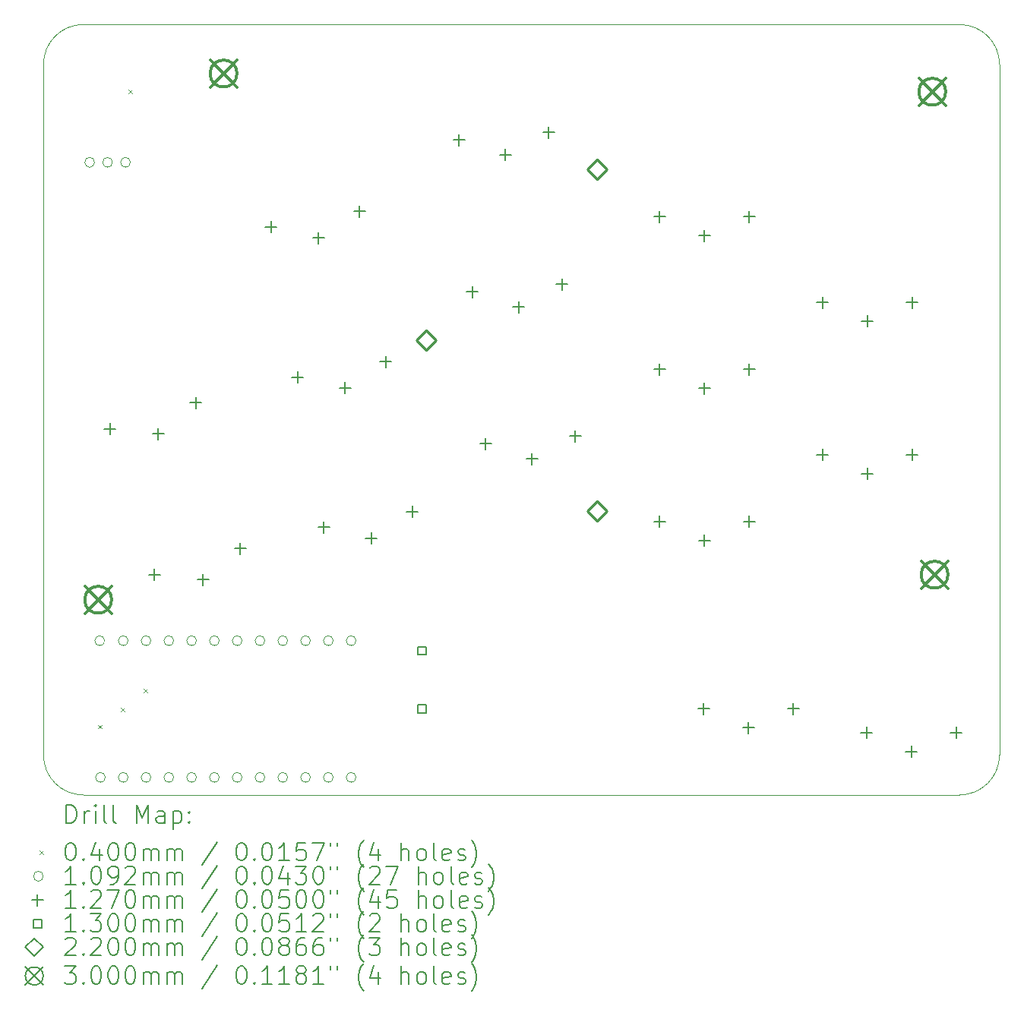
<source format=gbr>
%FSLAX45Y45*%
G04 Gerber Fmt 4.5, Leading zero omitted, Abs format (unit mm)*
G04 Created by KiCad (PCBNEW (6.0.4)) date 2022-07-08 06:12:22*
%MOMM*%
%LPD*%
G01*
G04 APERTURE LIST*
%TA.AperFunction,Profile*%
%ADD10C,0.050000*%
%TD*%
%ADD11C,0.200000*%
%ADD12C,0.040000*%
%ADD13C,0.109220*%
%ADD14C,0.127000*%
%ADD15C,0.130000*%
%ADD16C,0.220000*%
%ADD17C,0.300000*%
G04 APERTURE END LIST*
D10*
X14831618Y4125490D02*
X14831979Y11826325D01*
X4176475Y4125325D02*
G75*
G03*
X4620979Y3680825I444505J5D01*
G01*
X14831975Y11826325D02*
G75*
G03*
X14387479Y12270825I-444495J5D01*
G01*
X4620979Y3680825D02*
X14387118Y3680990D01*
X4176115Y11826612D02*
X4176479Y4125325D01*
X14387479Y12270825D02*
X4620615Y12271112D01*
X4620615Y12271112D02*
G75*
G03*
X4176115Y11826612I0J-444500D01*
G01*
X14387118Y3680991D02*
G75*
G03*
X14831618Y4125490I2J444499D01*
G01*
D11*
D12*
X4784419Y4462404D02*
X4824419Y4422404D01*
X4824419Y4462404D02*
X4784419Y4422404D01*
X5040691Y4652863D02*
X5080691Y4612863D01*
X5080691Y4652863D02*
X5040691Y4612863D01*
X5124143Y11542154D02*
X5164143Y11502154D01*
X5164143Y11542154D02*
X5124143Y11502154D01*
X5295099Y4861382D02*
X5335099Y4821382D01*
X5335099Y4861382D02*
X5295099Y4821382D01*
D13*
X4745489Y10734125D02*
G75*
G03*
X4745489Y10734125I-54610J0D01*
G01*
X4857715Y5400125D02*
G75*
G03*
X4857715Y5400125I-54610J0D01*
G01*
X4866089Y3876125D02*
G75*
G03*
X4866089Y3876125I-54610J0D01*
G01*
X4945489Y10734125D02*
G75*
G03*
X4945489Y10734125I-54610J0D01*
G01*
X5120089Y5400125D02*
G75*
G03*
X5120089Y5400125I-54610J0D01*
G01*
X5120089Y3876125D02*
G75*
G03*
X5120089Y3876125I-54610J0D01*
G01*
X5145489Y10734125D02*
G75*
G03*
X5145489Y10734125I-54610J0D01*
G01*
X5374089Y5400125D02*
G75*
G03*
X5374089Y5400125I-54610J0D01*
G01*
X5374089Y3876125D02*
G75*
G03*
X5374089Y3876125I-54610J0D01*
G01*
X5628089Y5400125D02*
G75*
G03*
X5628089Y5400125I-54610J0D01*
G01*
X5628089Y3876125D02*
G75*
G03*
X5628089Y3876125I-54610J0D01*
G01*
X5882089Y5400125D02*
G75*
G03*
X5882089Y5400125I-54610J0D01*
G01*
X5882089Y3876125D02*
G75*
G03*
X5882089Y3876125I-54610J0D01*
G01*
X6136089Y5400125D02*
G75*
G03*
X6136089Y5400125I-54610J0D01*
G01*
X6136089Y3876125D02*
G75*
G03*
X6136089Y3876125I-54610J0D01*
G01*
X6390089Y5400125D02*
G75*
G03*
X6390089Y5400125I-54610J0D01*
G01*
X6390089Y3876125D02*
G75*
G03*
X6390089Y3876125I-54610J0D01*
G01*
X6644089Y5400125D02*
G75*
G03*
X6644089Y5400125I-54610J0D01*
G01*
X6644089Y3876125D02*
G75*
G03*
X6644089Y3876125I-54610J0D01*
G01*
X6898089Y5400125D02*
G75*
G03*
X6898089Y5400125I-54610J0D01*
G01*
X6898089Y3876125D02*
G75*
G03*
X6898089Y3876125I-54610J0D01*
G01*
X7152089Y5400125D02*
G75*
G03*
X7152089Y5400125I-54610J0D01*
G01*
X7152089Y3876125D02*
G75*
G03*
X7152089Y3876125I-54610J0D01*
G01*
X7406089Y5400125D02*
G75*
G03*
X7406089Y5400125I-54610J0D01*
G01*
X7406089Y3876125D02*
G75*
G03*
X7406089Y3876125I-54610J0D01*
G01*
X7660089Y5400125D02*
G75*
G03*
X7660089Y5400125I-54610J0D01*
G01*
X7660089Y3876125D02*
G75*
G03*
X7660089Y3876125I-54610J0D01*
G01*
D14*
X4917175Y7826915D02*
X4917175Y7699915D01*
X4853675Y7763415D02*
X4980675Y7763415D01*
X5414207Y6201196D02*
X5414207Y6074196D01*
X5350707Y6137696D02*
X5477707Y6137696D01*
X5456725Y7772276D02*
X5456725Y7645276D01*
X5393225Y7708776D02*
X5520225Y7708776D01*
X5873479Y8119286D02*
X5873479Y7992286D01*
X5809979Y8055786D02*
X5936979Y8055786D01*
X5953757Y6146558D02*
X5953757Y6019558D01*
X5890257Y6083058D02*
X6017257Y6083058D01*
X6370511Y6493568D02*
X6370511Y6366568D01*
X6307011Y6430068D02*
X6434011Y6430068D01*
X6712293Y10076956D02*
X6712293Y9949956D01*
X6648793Y10013456D02*
X6775793Y10013456D01*
X7007495Y8402783D02*
X7007495Y8275782D01*
X6943995Y8339282D02*
X7070995Y8339282D01*
X7241163Y9956970D02*
X7241163Y9829970D01*
X7177663Y9893470D02*
X7304663Y9893470D01*
X7302697Y6728609D02*
X7302697Y6601609D01*
X7239197Y6665109D02*
X7366197Y6665109D01*
X7536365Y8282797D02*
X7536365Y8155797D01*
X7472865Y8219297D02*
X7599865Y8219297D01*
X7697101Y10250604D02*
X7697101Y10123604D01*
X7633601Y10187104D02*
X7760601Y10187104D01*
X7831567Y6608624D02*
X7831567Y6481624D01*
X7768067Y6545124D02*
X7895067Y6545124D01*
X7992303Y8576431D02*
X7992303Y8449431D01*
X7928803Y8512931D02*
X8055803Y8512931D01*
X8287505Y6902257D02*
X8287505Y6775257D01*
X8224005Y6838757D02*
X8351005Y6838757D01*
X8809021Y11046316D02*
X8809021Y10919316D01*
X8745521Y10982816D02*
X8872521Y10982816D01*
X8957186Y9352785D02*
X8957186Y9225785D01*
X8893686Y9289285D02*
X9020686Y9289285D01*
X9105351Y7659254D02*
X9105351Y7532254D01*
X9041851Y7595754D02*
X9168851Y7595754D01*
X9325422Y10880693D02*
X9325422Y10753693D01*
X9261922Y10817193D02*
X9388922Y10817193D01*
X9473586Y9187162D02*
X9473586Y9060162D01*
X9410086Y9123662D02*
X9537086Y9123662D01*
X9621751Y7493631D02*
X9621751Y7366631D01*
X9558251Y7430131D02*
X9685251Y7430131D01*
X9805216Y11133472D02*
X9805216Y11006472D01*
X9741716Y11069972D02*
X9868716Y11069972D01*
X9953381Y9439941D02*
X9953381Y9312941D01*
X9889881Y9376441D02*
X10016881Y9376441D01*
X10101546Y7746410D02*
X10101546Y7619410D01*
X10038046Y7682910D02*
X10165046Y7682910D01*
X11042479Y10191225D02*
X11042479Y10064225D01*
X10978979Y10127725D02*
X11105979Y10127725D01*
X11042479Y8491225D02*
X11042479Y8364225D01*
X10978979Y8427725D02*
X11105979Y8427725D01*
X11042479Y6791225D02*
X11042479Y6664225D01*
X10978979Y6727725D02*
X11105979Y6727725D01*
X11532115Y4706127D02*
X11532115Y4579127D01*
X11468615Y4642627D02*
X11595615Y4642627D01*
X11542479Y9981225D02*
X11542479Y9854225D01*
X11478979Y9917725D02*
X11605979Y9917725D01*
X11542479Y8281225D02*
X11542479Y8154225D01*
X11478979Y8217725D02*
X11605979Y8217725D01*
X11542479Y6581225D02*
X11542479Y6454225D01*
X11478979Y6517725D02*
X11605979Y6517725D01*
X12032115Y4496127D02*
X12032115Y4369127D01*
X11968615Y4432627D02*
X12095615Y4432627D01*
X12042479Y10191225D02*
X12042479Y10064225D01*
X11978979Y10127725D02*
X12105979Y10127725D01*
X12042479Y8491225D02*
X12042479Y8364225D01*
X11978979Y8427725D02*
X12105979Y8427725D01*
X12042479Y6791225D02*
X12042479Y6664225D01*
X11978979Y6727725D02*
X12105979Y6727725D01*
X12532115Y4706127D02*
X12532115Y4579127D01*
X12468615Y4642627D02*
X12595615Y4642627D01*
X12859949Y9237949D02*
X12859949Y9110949D01*
X12796449Y9174449D02*
X12923449Y9174449D01*
X12859949Y7537949D02*
X12859949Y7410949D01*
X12796449Y7474449D02*
X12923449Y7474449D01*
X13351179Y4437825D02*
X13351179Y4310825D01*
X13287679Y4374325D02*
X13414679Y4374325D01*
X13359949Y9027949D02*
X13359949Y8900949D01*
X13296449Y8964449D02*
X13423449Y8964449D01*
X13359949Y7327949D02*
X13359949Y7200949D01*
X13296449Y7264449D02*
X13423449Y7264449D01*
X13851179Y4227825D02*
X13851179Y4100825D01*
X13787679Y4164325D02*
X13914679Y4164325D01*
X13859949Y9237949D02*
X13859949Y9110949D01*
X13796449Y9174449D02*
X13923449Y9174449D01*
X13859949Y7537949D02*
X13859949Y7410949D01*
X13796449Y7474449D02*
X13923449Y7474449D01*
X14351179Y4437825D02*
X14351179Y4310825D01*
X14287679Y4374325D02*
X14414679Y4374325D01*
D15*
X8438842Y5242163D02*
X8438842Y5334088D01*
X8346917Y5334088D01*
X8346917Y5242163D01*
X8438842Y5242163D01*
X8438842Y4592163D02*
X8438842Y4684088D01*
X8346917Y4684088D01*
X8346917Y4592163D01*
X8438842Y4592163D01*
D16*
X8443679Y8642925D02*
X8553679Y8752925D01*
X8443679Y8862925D01*
X8333679Y8752925D01*
X8443679Y8642925D01*
X10348679Y10547925D02*
X10458679Y10657925D01*
X10348679Y10767925D01*
X10238679Y10657925D01*
X10348679Y10547925D01*
X10348679Y6737925D02*
X10458679Y6847925D01*
X10348679Y6957925D01*
X10238679Y6847925D01*
X10348679Y6737925D01*
D17*
X4636079Y6007325D02*
X4936079Y5707325D01*
X4936079Y6007325D02*
X4636079Y5707325D01*
X4936079Y5857325D02*
G75*
G03*
X4936079Y5857325I-150000J0D01*
G01*
X6033079Y11874725D02*
X6333079Y11574725D01*
X6333079Y11874725D02*
X6033079Y11574725D01*
X6333079Y11724725D02*
G75*
G03*
X6333079Y11724725I-150000J0D01*
G01*
X13932479Y11671525D02*
X14232479Y11371525D01*
X14232479Y11671525D02*
X13932479Y11371525D01*
X14232479Y11521525D02*
G75*
G03*
X14232479Y11521525I-150000J0D01*
G01*
X13957879Y6286725D02*
X14257879Y5986725D01*
X14257879Y6286725D02*
X13957879Y5986725D01*
X14257879Y6136725D02*
G75*
G03*
X14257879Y6136725I-150000J0D01*
G01*
D11*
X4431234Y3367849D02*
X4431234Y3567849D01*
X4478853Y3567849D01*
X4507424Y3558325D01*
X4526472Y3539278D01*
X4535996Y3520230D01*
X4545520Y3482135D01*
X4545520Y3453563D01*
X4535996Y3415468D01*
X4526472Y3396421D01*
X4507424Y3377373D01*
X4478853Y3367849D01*
X4431234Y3367849D01*
X4631234Y3367849D02*
X4631234Y3501182D01*
X4631234Y3463087D02*
X4640758Y3482135D01*
X4650282Y3491659D01*
X4669329Y3501182D01*
X4688377Y3501182D01*
X4755043Y3367849D02*
X4755043Y3501182D01*
X4755043Y3567849D02*
X4745520Y3558325D01*
X4755043Y3548801D01*
X4764567Y3558325D01*
X4755043Y3567849D01*
X4755043Y3548801D01*
X4878853Y3367849D02*
X4859805Y3377373D01*
X4850282Y3396421D01*
X4850282Y3567849D01*
X4983615Y3367849D02*
X4964567Y3377373D01*
X4955043Y3396421D01*
X4955043Y3567849D01*
X5212186Y3367849D02*
X5212186Y3567849D01*
X5278853Y3424992D01*
X5345520Y3567849D01*
X5345520Y3367849D01*
X5526472Y3367849D02*
X5526472Y3472611D01*
X5516948Y3491659D01*
X5497901Y3501182D01*
X5459805Y3501182D01*
X5440758Y3491659D01*
X5526472Y3377373D02*
X5507424Y3367849D01*
X5459805Y3367849D01*
X5440758Y3377373D01*
X5431234Y3396421D01*
X5431234Y3415468D01*
X5440758Y3434516D01*
X5459805Y3444040D01*
X5507424Y3444040D01*
X5526472Y3453563D01*
X5621710Y3501182D02*
X5621710Y3301182D01*
X5621710Y3491659D02*
X5640758Y3501182D01*
X5678853Y3501182D01*
X5697901Y3491659D01*
X5707424Y3482135D01*
X5716948Y3463087D01*
X5716948Y3405944D01*
X5707424Y3386897D01*
X5697901Y3377373D01*
X5678853Y3367849D01*
X5640758Y3367849D01*
X5621710Y3377373D01*
X5802662Y3386897D02*
X5812186Y3377373D01*
X5802662Y3367849D01*
X5793139Y3377373D01*
X5802662Y3386897D01*
X5802662Y3367849D01*
X5802662Y3491659D02*
X5812186Y3482135D01*
X5802662Y3472611D01*
X5793139Y3482135D01*
X5802662Y3491659D01*
X5802662Y3472611D01*
D12*
X4133615Y3058325D02*
X4173615Y3018325D01*
X4173615Y3058325D02*
X4133615Y3018325D01*
D11*
X4469329Y3147849D02*
X4488377Y3147849D01*
X4507424Y3138325D01*
X4516948Y3128801D01*
X4526472Y3109754D01*
X4535996Y3071659D01*
X4535996Y3024040D01*
X4526472Y2985944D01*
X4516948Y2966897D01*
X4507424Y2957373D01*
X4488377Y2947849D01*
X4469329Y2947849D01*
X4450282Y2957373D01*
X4440758Y2966897D01*
X4431234Y2985944D01*
X4421710Y3024040D01*
X4421710Y3071659D01*
X4431234Y3109754D01*
X4440758Y3128801D01*
X4450282Y3138325D01*
X4469329Y3147849D01*
X4621710Y2966897D02*
X4631234Y2957373D01*
X4621710Y2947849D01*
X4612186Y2957373D01*
X4621710Y2966897D01*
X4621710Y2947849D01*
X4802663Y3081182D02*
X4802663Y2947849D01*
X4755043Y3157373D02*
X4707424Y3014516D01*
X4831234Y3014516D01*
X4945520Y3147849D02*
X4964567Y3147849D01*
X4983615Y3138325D01*
X4993139Y3128801D01*
X5002663Y3109754D01*
X5012186Y3071659D01*
X5012186Y3024040D01*
X5002663Y2985944D01*
X4993139Y2966897D01*
X4983615Y2957373D01*
X4964567Y2947849D01*
X4945520Y2947849D01*
X4926472Y2957373D01*
X4916948Y2966897D01*
X4907424Y2985944D01*
X4897901Y3024040D01*
X4897901Y3071659D01*
X4907424Y3109754D01*
X4916948Y3128801D01*
X4926472Y3138325D01*
X4945520Y3147849D01*
X5135996Y3147849D02*
X5155043Y3147849D01*
X5174091Y3138325D01*
X5183615Y3128801D01*
X5193139Y3109754D01*
X5202663Y3071659D01*
X5202663Y3024040D01*
X5193139Y2985944D01*
X5183615Y2966897D01*
X5174091Y2957373D01*
X5155043Y2947849D01*
X5135996Y2947849D01*
X5116948Y2957373D01*
X5107424Y2966897D01*
X5097901Y2985944D01*
X5088377Y3024040D01*
X5088377Y3071659D01*
X5097901Y3109754D01*
X5107424Y3128801D01*
X5116948Y3138325D01*
X5135996Y3147849D01*
X5288377Y2947849D02*
X5288377Y3081182D01*
X5288377Y3062135D02*
X5297901Y3071659D01*
X5316948Y3081182D01*
X5345520Y3081182D01*
X5364567Y3071659D01*
X5374091Y3052611D01*
X5374091Y2947849D01*
X5374091Y3052611D02*
X5383615Y3071659D01*
X5402663Y3081182D01*
X5431234Y3081182D01*
X5450282Y3071659D01*
X5459805Y3052611D01*
X5459805Y2947849D01*
X5555043Y2947849D02*
X5555043Y3081182D01*
X5555043Y3062135D02*
X5564567Y3071659D01*
X5583615Y3081182D01*
X5612186Y3081182D01*
X5631234Y3071659D01*
X5640758Y3052611D01*
X5640758Y2947849D01*
X5640758Y3052611D02*
X5650281Y3071659D01*
X5669329Y3081182D01*
X5697901Y3081182D01*
X5716948Y3071659D01*
X5726472Y3052611D01*
X5726472Y2947849D01*
X6116948Y3157373D02*
X5945520Y2900230D01*
X6374091Y3147849D02*
X6393139Y3147849D01*
X6412186Y3138325D01*
X6421710Y3128801D01*
X6431234Y3109754D01*
X6440758Y3071659D01*
X6440758Y3024040D01*
X6431234Y2985944D01*
X6421710Y2966897D01*
X6412186Y2957373D01*
X6393139Y2947849D01*
X6374091Y2947849D01*
X6355043Y2957373D01*
X6345520Y2966897D01*
X6335996Y2985944D01*
X6326472Y3024040D01*
X6326472Y3071659D01*
X6335996Y3109754D01*
X6345520Y3128801D01*
X6355043Y3138325D01*
X6374091Y3147849D01*
X6526472Y2966897D02*
X6535996Y2957373D01*
X6526472Y2947849D01*
X6516948Y2957373D01*
X6526472Y2966897D01*
X6526472Y2947849D01*
X6659805Y3147849D02*
X6678853Y3147849D01*
X6697901Y3138325D01*
X6707424Y3128801D01*
X6716948Y3109754D01*
X6726472Y3071659D01*
X6726472Y3024040D01*
X6716948Y2985944D01*
X6707424Y2966897D01*
X6697901Y2957373D01*
X6678853Y2947849D01*
X6659805Y2947849D01*
X6640758Y2957373D01*
X6631234Y2966897D01*
X6621710Y2985944D01*
X6612186Y3024040D01*
X6612186Y3071659D01*
X6621710Y3109754D01*
X6631234Y3128801D01*
X6640758Y3138325D01*
X6659805Y3147849D01*
X6916948Y2947849D02*
X6802662Y2947849D01*
X6859805Y2947849D02*
X6859805Y3147849D01*
X6840758Y3119278D01*
X6821710Y3100230D01*
X6802662Y3090706D01*
X7097901Y3147849D02*
X7002662Y3147849D01*
X6993139Y3052611D01*
X7002662Y3062135D01*
X7021710Y3071659D01*
X7069329Y3071659D01*
X7088377Y3062135D01*
X7097901Y3052611D01*
X7107424Y3033563D01*
X7107424Y2985944D01*
X7097901Y2966897D01*
X7088377Y2957373D01*
X7069329Y2947849D01*
X7021710Y2947849D01*
X7002662Y2957373D01*
X6993139Y2966897D01*
X7174091Y3147849D02*
X7307424Y3147849D01*
X7221710Y2947849D01*
X7374091Y3147849D02*
X7374091Y3109754D01*
X7450281Y3147849D02*
X7450281Y3109754D01*
X7745520Y2871659D02*
X7735996Y2881182D01*
X7716948Y2909754D01*
X7707424Y2928801D01*
X7697901Y2957373D01*
X7688377Y3004992D01*
X7688377Y3043087D01*
X7697901Y3090706D01*
X7707424Y3119278D01*
X7716948Y3138325D01*
X7735996Y3166897D01*
X7745520Y3176421D01*
X7907424Y3081182D02*
X7907424Y2947849D01*
X7859805Y3157373D02*
X7812186Y3014516D01*
X7935996Y3014516D01*
X8164567Y2947849D02*
X8164567Y3147849D01*
X8250281Y2947849D02*
X8250281Y3052611D01*
X8240758Y3071659D01*
X8221710Y3081182D01*
X8193139Y3081182D01*
X8174091Y3071659D01*
X8164567Y3062135D01*
X8374091Y2947849D02*
X8355043Y2957373D01*
X8345520Y2966897D01*
X8335996Y2985944D01*
X8335996Y3043087D01*
X8345520Y3062135D01*
X8355043Y3071659D01*
X8374091Y3081182D01*
X8402663Y3081182D01*
X8421710Y3071659D01*
X8431234Y3062135D01*
X8440758Y3043087D01*
X8440758Y2985944D01*
X8431234Y2966897D01*
X8421710Y2957373D01*
X8402663Y2947849D01*
X8374091Y2947849D01*
X8555043Y2947849D02*
X8535996Y2957373D01*
X8526472Y2976421D01*
X8526472Y3147849D01*
X8707424Y2957373D02*
X8688377Y2947849D01*
X8650282Y2947849D01*
X8631234Y2957373D01*
X8621710Y2976421D01*
X8621710Y3052611D01*
X8631234Y3071659D01*
X8650282Y3081182D01*
X8688377Y3081182D01*
X8707424Y3071659D01*
X8716948Y3052611D01*
X8716948Y3033563D01*
X8621710Y3014516D01*
X8793139Y2957373D02*
X8812186Y2947849D01*
X8850282Y2947849D01*
X8869329Y2957373D01*
X8878853Y2976421D01*
X8878853Y2985944D01*
X8869329Y3004992D01*
X8850282Y3014516D01*
X8821710Y3014516D01*
X8802663Y3024040D01*
X8793139Y3043087D01*
X8793139Y3052611D01*
X8802663Y3071659D01*
X8821710Y3081182D01*
X8850282Y3081182D01*
X8869329Y3071659D01*
X8945520Y2871659D02*
X8955043Y2881182D01*
X8974091Y2909754D01*
X8983615Y2928801D01*
X8993139Y2957373D01*
X9002663Y3004992D01*
X9002663Y3043087D01*
X8993139Y3090706D01*
X8983615Y3119278D01*
X8974091Y3138325D01*
X8955043Y3166897D01*
X8945520Y3176421D01*
D13*
X4173615Y2774325D02*
G75*
G03*
X4173615Y2774325I-54610J0D01*
G01*
D11*
X4535996Y2683849D02*
X4421710Y2683849D01*
X4478853Y2683849D02*
X4478853Y2883849D01*
X4459805Y2855278D01*
X4440758Y2836230D01*
X4421710Y2826706D01*
X4621710Y2702897D02*
X4631234Y2693373D01*
X4621710Y2683849D01*
X4612186Y2693373D01*
X4621710Y2702897D01*
X4621710Y2683849D01*
X4755043Y2883849D02*
X4774091Y2883849D01*
X4793139Y2874325D01*
X4802663Y2864801D01*
X4812186Y2845754D01*
X4821710Y2807659D01*
X4821710Y2760040D01*
X4812186Y2721944D01*
X4802663Y2702897D01*
X4793139Y2693373D01*
X4774091Y2683849D01*
X4755043Y2683849D01*
X4735996Y2693373D01*
X4726472Y2702897D01*
X4716948Y2721944D01*
X4707424Y2760040D01*
X4707424Y2807659D01*
X4716948Y2845754D01*
X4726472Y2864801D01*
X4735996Y2874325D01*
X4755043Y2883849D01*
X4916948Y2683849D02*
X4955043Y2683849D01*
X4974091Y2693373D01*
X4983615Y2702897D01*
X5002663Y2731468D01*
X5012186Y2769563D01*
X5012186Y2845754D01*
X5002663Y2864801D01*
X4993139Y2874325D01*
X4974091Y2883849D01*
X4935996Y2883849D01*
X4916948Y2874325D01*
X4907424Y2864801D01*
X4897901Y2845754D01*
X4897901Y2798135D01*
X4907424Y2779087D01*
X4916948Y2769563D01*
X4935996Y2760040D01*
X4974091Y2760040D01*
X4993139Y2769563D01*
X5002663Y2779087D01*
X5012186Y2798135D01*
X5088377Y2864801D02*
X5097901Y2874325D01*
X5116948Y2883849D01*
X5164567Y2883849D01*
X5183615Y2874325D01*
X5193139Y2864801D01*
X5202663Y2845754D01*
X5202663Y2826706D01*
X5193139Y2798135D01*
X5078853Y2683849D01*
X5202663Y2683849D01*
X5288377Y2683849D02*
X5288377Y2817182D01*
X5288377Y2798135D02*
X5297901Y2807659D01*
X5316948Y2817182D01*
X5345520Y2817182D01*
X5364567Y2807659D01*
X5374091Y2788611D01*
X5374091Y2683849D01*
X5374091Y2788611D02*
X5383615Y2807659D01*
X5402663Y2817182D01*
X5431234Y2817182D01*
X5450282Y2807659D01*
X5459805Y2788611D01*
X5459805Y2683849D01*
X5555043Y2683849D02*
X5555043Y2817182D01*
X5555043Y2798135D02*
X5564567Y2807659D01*
X5583615Y2817182D01*
X5612186Y2817182D01*
X5631234Y2807659D01*
X5640758Y2788611D01*
X5640758Y2683849D01*
X5640758Y2788611D02*
X5650281Y2807659D01*
X5669329Y2817182D01*
X5697901Y2817182D01*
X5716948Y2807659D01*
X5726472Y2788611D01*
X5726472Y2683849D01*
X6116948Y2893373D02*
X5945520Y2636230D01*
X6374091Y2883849D02*
X6393139Y2883849D01*
X6412186Y2874325D01*
X6421710Y2864801D01*
X6431234Y2845754D01*
X6440758Y2807659D01*
X6440758Y2760040D01*
X6431234Y2721944D01*
X6421710Y2702897D01*
X6412186Y2693373D01*
X6393139Y2683849D01*
X6374091Y2683849D01*
X6355043Y2693373D01*
X6345520Y2702897D01*
X6335996Y2721944D01*
X6326472Y2760040D01*
X6326472Y2807659D01*
X6335996Y2845754D01*
X6345520Y2864801D01*
X6355043Y2874325D01*
X6374091Y2883849D01*
X6526472Y2702897D02*
X6535996Y2693373D01*
X6526472Y2683849D01*
X6516948Y2693373D01*
X6526472Y2702897D01*
X6526472Y2683849D01*
X6659805Y2883849D02*
X6678853Y2883849D01*
X6697901Y2874325D01*
X6707424Y2864801D01*
X6716948Y2845754D01*
X6726472Y2807659D01*
X6726472Y2760040D01*
X6716948Y2721944D01*
X6707424Y2702897D01*
X6697901Y2693373D01*
X6678853Y2683849D01*
X6659805Y2683849D01*
X6640758Y2693373D01*
X6631234Y2702897D01*
X6621710Y2721944D01*
X6612186Y2760040D01*
X6612186Y2807659D01*
X6621710Y2845754D01*
X6631234Y2864801D01*
X6640758Y2874325D01*
X6659805Y2883849D01*
X6897901Y2817182D02*
X6897901Y2683849D01*
X6850281Y2893373D02*
X6802662Y2750516D01*
X6926472Y2750516D01*
X6983615Y2883849D02*
X7107424Y2883849D01*
X7040758Y2807659D01*
X7069329Y2807659D01*
X7088377Y2798135D01*
X7097901Y2788611D01*
X7107424Y2769563D01*
X7107424Y2721944D01*
X7097901Y2702897D01*
X7088377Y2693373D01*
X7069329Y2683849D01*
X7012186Y2683849D01*
X6993139Y2693373D01*
X6983615Y2702897D01*
X7231234Y2883849D02*
X7250281Y2883849D01*
X7269329Y2874325D01*
X7278853Y2864801D01*
X7288377Y2845754D01*
X7297901Y2807659D01*
X7297901Y2760040D01*
X7288377Y2721944D01*
X7278853Y2702897D01*
X7269329Y2693373D01*
X7250281Y2683849D01*
X7231234Y2683849D01*
X7212186Y2693373D01*
X7202662Y2702897D01*
X7193139Y2721944D01*
X7183615Y2760040D01*
X7183615Y2807659D01*
X7193139Y2845754D01*
X7202662Y2864801D01*
X7212186Y2874325D01*
X7231234Y2883849D01*
X7374091Y2883849D02*
X7374091Y2845754D01*
X7450281Y2883849D02*
X7450281Y2845754D01*
X7745520Y2607659D02*
X7735996Y2617183D01*
X7716948Y2645754D01*
X7707424Y2664802D01*
X7697901Y2693373D01*
X7688377Y2740992D01*
X7688377Y2779087D01*
X7697901Y2826706D01*
X7707424Y2855278D01*
X7716948Y2874325D01*
X7735996Y2902897D01*
X7745520Y2912421D01*
X7812186Y2864801D02*
X7821710Y2874325D01*
X7840758Y2883849D01*
X7888377Y2883849D01*
X7907424Y2874325D01*
X7916948Y2864801D01*
X7926472Y2845754D01*
X7926472Y2826706D01*
X7916948Y2798135D01*
X7802662Y2683849D01*
X7926472Y2683849D01*
X7993139Y2883849D02*
X8126472Y2883849D01*
X8040758Y2683849D01*
X8355043Y2683849D02*
X8355043Y2883849D01*
X8440758Y2683849D02*
X8440758Y2788611D01*
X8431234Y2807659D01*
X8412186Y2817182D01*
X8383615Y2817182D01*
X8364567Y2807659D01*
X8355043Y2798135D01*
X8564567Y2683849D02*
X8545520Y2693373D01*
X8535996Y2702897D01*
X8526472Y2721944D01*
X8526472Y2779087D01*
X8535996Y2798135D01*
X8545520Y2807659D01*
X8564567Y2817182D01*
X8593139Y2817182D01*
X8612186Y2807659D01*
X8621710Y2798135D01*
X8631234Y2779087D01*
X8631234Y2721944D01*
X8621710Y2702897D01*
X8612186Y2693373D01*
X8593139Y2683849D01*
X8564567Y2683849D01*
X8745520Y2683849D02*
X8726472Y2693373D01*
X8716948Y2712421D01*
X8716948Y2883849D01*
X8897901Y2693373D02*
X8878853Y2683849D01*
X8840758Y2683849D01*
X8821710Y2693373D01*
X8812186Y2712421D01*
X8812186Y2788611D01*
X8821710Y2807659D01*
X8840758Y2817182D01*
X8878853Y2817182D01*
X8897901Y2807659D01*
X8907424Y2788611D01*
X8907424Y2769563D01*
X8812186Y2750516D01*
X8983615Y2693373D02*
X9002663Y2683849D01*
X9040758Y2683849D01*
X9059805Y2693373D01*
X9069329Y2712421D01*
X9069329Y2721944D01*
X9059805Y2740992D01*
X9040758Y2750516D01*
X9012186Y2750516D01*
X8993139Y2760040D01*
X8983615Y2779087D01*
X8983615Y2788611D01*
X8993139Y2807659D01*
X9012186Y2817182D01*
X9040758Y2817182D01*
X9059805Y2807659D01*
X9135996Y2607659D02*
X9145520Y2617183D01*
X9164567Y2645754D01*
X9174091Y2664802D01*
X9183615Y2693373D01*
X9193139Y2740992D01*
X9193139Y2779087D01*
X9183615Y2826706D01*
X9174091Y2855278D01*
X9164567Y2874325D01*
X9145520Y2902897D01*
X9135996Y2912421D01*
D14*
X4110115Y2573825D02*
X4110115Y2446825D01*
X4046615Y2510325D02*
X4173615Y2510325D01*
D11*
X4535996Y2419849D02*
X4421710Y2419849D01*
X4478853Y2419849D02*
X4478853Y2619849D01*
X4459805Y2591278D01*
X4440758Y2572230D01*
X4421710Y2562706D01*
X4621710Y2438897D02*
X4631234Y2429373D01*
X4621710Y2419849D01*
X4612186Y2429373D01*
X4621710Y2438897D01*
X4621710Y2419849D01*
X4707424Y2600802D02*
X4716948Y2610325D01*
X4735996Y2619849D01*
X4783615Y2619849D01*
X4802663Y2610325D01*
X4812186Y2600802D01*
X4821710Y2581754D01*
X4821710Y2562706D01*
X4812186Y2534135D01*
X4697901Y2419849D01*
X4821710Y2419849D01*
X4888377Y2619849D02*
X5021710Y2619849D01*
X4935996Y2419849D01*
X5135996Y2619849D02*
X5155043Y2619849D01*
X5174091Y2610325D01*
X5183615Y2600802D01*
X5193139Y2581754D01*
X5202663Y2543659D01*
X5202663Y2496040D01*
X5193139Y2457944D01*
X5183615Y2438897D01*
X5174091Y2429373D01*
X5155043Y2419849D01*
X5135996Y2419849D01*
X5116948Y2429373D01*
X5107424Y2438897D01*
X5097901Y2457944D01*
X5088377Y2496040D01*
X5088377Y2543659D01*
X5097901Y2581754D01*
X5107424Y2600802D01*
X5116948Y2610325D01*
X5135996Y2619849D01*
X5288377Y2419849D02*
X5288377Y2553183D01*
X5288377Y2534135D02*
X5297901Y2543659D01*
X5316948Y2553183D01*
X5345520Y2553183D01*
X5364567Y2543659D01*
X5374091Y2524611D01*
X5374091Y2419849D01*
X5374091Y2524611D02*
X5383615Y2543659D01*
X5402663Y2553183D01*
X5431234Y2553183D01*
X5450282Y2543659D01*
X5459805Y2524611D01*
X5459805Y2419849D01*
X5555043Y2419849D02*
X5555043Y2553183D01*
X5555043Y2534135D02*
X5564567Y2543659D01*
X5583615Y2553183D01*
X5612186Y2553183D01*
X5631234Y2543659D01*
X5640758Y2524611D01*
X5640758Y2419849D01*
X5640758Y2524611D02*
X5650281Y2543659D01*
X5669329Y2553183D01*
X5697901Y2553183D01*
X5716948Y2543659D01*
X5726472Y2524611D01*
X5726472Y2419849D01*
X6116948Y2629373D02*
X5945520Y2372230D01*
X6374091Y2619849D02*
X6393139Y2619849D01*
X6412186Y2610325D01*
X6421710Y2600802D01*
X6431234Y2581754D01*
X6440758Y2543659D01*
X6440758Y2496040D01*
X6431234Y2457944D01*
X6421710Y2438897D01*
X6412186Y2429373D01*
X6393139Y2419849D01*
X6374091Y2419849D01*
X6355043Y2429373D01*
X6345520Y2438897D01*
X6335996Y2457944D01*
X6326472Y2496040D01*
X6326472Y2543659D01*
X6335996Y2581754D01*
X6345520Y2600802D01*
X6355043Y2610325D01*
X6374091Y2619849D01*
X6526472Y2438897D02*
X6535996Y2429373D01*
X6526472Y2419849D01*
X6516948Y2429373D01*
X6526472Y2438897D01*
X6526472Y2419849D01*
X6659805Y2619849D02*
X6678853Y2619849D01*
X6697901Y2610325D01*
X6707424Y2600802D01*
X6716948Y2581754D01*
X6726472Y2543659D01*
X6726472Y2496040D01*
X6716948Y2457944D01*
X6707424Y2438897D01*
X6697901Y2429373D01*
X6678853Y2419849D01*
X6659805Y2419849D01*
X6640758Y2429373D01*
X6631234Y2438897D01*
X6621710Y2457944D01*
X6612186Y2496040D01*
X6612186Y2543659D01*
X6621710Y2581754D01*
X6631234Y2600802D01*
X6640758Y2610325D01*
X6659805Y2619849D01*
X6907424Y2619849D02*
X6812186Y2619849D01*
X6802662Y2524611D01*
X6812186Y2534135D01*
X6831234Y2543659D01*
X6878853Y2543659D01*
X6897901Y2534135D01*
X6907424Y2524611D01*
X6916948Y2505563D01*
X6916948Y2457944D01*
X6907424Y2438897D01*
X6897901Y2429373D01*
X6878853Y2419849D01*
X6831234Y2419849D01*
X6812186Y2429373D01*
X6802662Y2438897D01*
X7040758Y2619849D02*
X7059805Y2619849D01*
X7078853Y2610325D01*
X7088377Y2600802D01*
X7097901Y2581754D01*
X7107424Y2543659D01*
X7107424Y2496040D01*
X7097901Y2457944D01*
X7088377Y2438897D01*
X7078853Y2429373D01*
X7059805Y2419849D01*
X7040758Y2419849D01*
X7021710Y2429373D01*
X7012186Y2438897D01*
X7002662Y2457944D01*
X6993139Y2496040D01*
X6993139Y2543659D01*
X7002662Y2581754D01*
X7012186Y2600802D01*
X7021710Y2610325D01*
X7040758Y2619849D01*
X7231234Y2619849D02*
X7250281Y2619849D01*
X7269329Y2610325D01*
X7278853Y2600802D01*
X7288377Y2581754D01*
X7297901Y2543659D01*
X7297901Y2496040D01*
X7288377Y2457944D01*
X7278853Y2438897D01*
X7269329Y2429373D01*
X7250281Y2419849D01*
X7231234Y2419849D01*
X7212186Y2429373D01*
X7202662Y2438897D01*
X7193139Y2457944D01*
X7183615Y2496040D01*
X7183615Y2543659D01*
X7193139Y2581754D01*
X7202662Y2600802D01*
X7212186Y2610325D01*
X7231234Y2619849D01*
X7374091Y2619849D02*
X7374091Y2581754D01*
X7450281Y2619849D02*
X7450281Y2581754D01*
X7745520Y2343659D02*
X7735996Y2353183D01*
X7716948Y2381754D01*
X7707424Y2400802D01*
X7697901Y2429373D01*
X7688377Y2476992D01*
X7688377Y2515087D01*
X7697901Y2562706D01*
X7707424Y2591278D01*
X7716948Y2610325D01*
X7735996Y2638897D01*
X7745520Y2648421D01*
X7907424Y2553183D02*
X7907424Y2419849D01*
X7859805Y2629373D02*
X7812186Y2486516D01*
X7935996Y2486516D01*
X8107424Y2619849D02*
X8012186Y2619849D01*
X8002662Y2524611D01*
X8012186Y2534135D01*
X8031234Y2543659D01*
X8078853Y2543659D01*
X8097901Y2534135D01*
X8107424Y2524611D01*
X8116948Y2505563D01*
X8116948Y2457944D01*
X8107424Y2438897D01*
X8097901Y2429373D01*
X8078853Y2419849D01*
X8031234Y2419849D01*
X8012186Y2429373D01*
X8002662Y2438897D01*
X8355043Y2419849D02*
X8355043Y2619849D01*
X8440758Y2419849D02*
X8440758Y2524611D01*
X8431234Y2543659D01*
X8412186Y2553183D01*
X8383615Y2553183D01*
X8364567Y2543659D01*
X8355043Y2534135D01*
X8564567Y2419849D02*
X8545520Y2429373D01*
X8535996Y2438897D01*
X8526472Y2457944D01*
X8526472Y2515087D01*
X8535996Y2534135D01*
X8545520Y2543659D01*
X8564567Y2553183D01*
X8593139Y2553183D01*
X8612186Y2543659D01*
X8621710Y2534135D01*
X8631234Y2515087D01*
X8631234Y2457944D01*
X8621710Y2438897D01*
X8612186Y2429373D01*
X8593139Y2419849D01*
X8564567Y2419849D01*
X8745520Y2419849D02*
X8726472Y2429373D01*
X8716948Y2448421D01*
X8716948Y2619849D01*
X8897901Y2429373D02*
X8878853Y2419849D01*
X8840758Y2419849D01*
X8821710Y2429373D01*
X8812186Y2448421D01*
X8812186Y2524611D01*
X8821710Y2543659D01*
X8840758Y2553183D01*
X8878853Y2553183D01*
X8897901Y2543659D01*
X8907424Y2524611D01*
X8907424Y2505563D01*
X8812186Y2486516D01*
X8983615Y2429373D02*
X9002663Y2419849D01*
X9040758Y2419849D01*
X9059805Y2429373D01*
X9069329Y2448421D01*
X9069329Y2457944D01*
X9059805Y2476992D01*
X9040758Y2486516D01*
X9012186Y2486516D01*
X8993139Y2496040D01*
X8983615Y2515087D01*
X8983615Y2524611D01*
X8993139Y2543659D01*
X9012186Y2553183D01*
X9040758Y2553183D01*
X9059805Y2543659D01*
X9135996Y2343659D02*
X9145520Y2353183D01*
X9164567Y2381754D01*
X9174091Y2400802D01*
X9183615Y2429373D01*
X9193139Y2476992D01*
X9193139Y2515087D01*
X9183615Y2562706D01*
X9174091Y2591278D01*
X9164567Y2610325D01*
X9145520Y2638897D01*
X9135996Y2648421D01*
D15*
X4154577Y2200363D02*
X4154577Y2292288D01*
X4062652Y2292288D01*
X4062652Y2200363D01*
X4154577Y2200363D01*
D11*
X4535996Y2155849D02*
X4421710Y2155849D01*
X4478853Y2155849D02*
X4478853Y2355849D01*
X4459805Y2327278D01*
X4440758Y2308230D01*
X4421710Y2298706D01*
X4621710Y2174897D02*
X4631234Y2165373D01*
X4621710Y2155849D01*
X4612186Y2165373D01*
X4621710Y2174897D01*
X4621710Y2155849D01*
X4697901Y2355849D02*
X4821710Y2355849D01*
X4755043Y2279659D01*
X4783615Y2279659D01*
X4802663Y2270135D01*
X4812186Y2260611D01*
X4821710Y2241563D01*
X4821710Y2193944D01*
X4812186Y2174897D01*
X4802663Y2165373D01*
X4783615Y2155849D01*
X4726472Y2155849D01*
X4707424Y2165373D01*
X4697901Y2174897D01*
X4945520Y2355849D02*
X4964567Y2355849D01*
X4983615Y2346325D01*
X4993139Y2336802D01*
X5002663Y2317754D01*
X5012186Y2279659D01*
X5012186Y2232040D01*
X5002663Y2193944D01*
X4993139Y2174897D01*
X4983615Y2165373D01*
X4964567Y2155849D01*
X4945520Y2155849D01*
X4926472Y2165373D01*
X4916948Y2174897D01*
X4907424Y2193944D01*
X4897901Y2232040D01*
X4897901Y2279659D01*
X4907424Y2317754D01*
X4916948Y2336802D01*
X4926472Y2346325D01*
X4945520Y2355849D01*
X5135996Y2355849D02*
X5155043Y2355849D01*
X5174091Y2346325D01*
X5183615Y2336802D01*
X5193139Y2317754D01*
X5202663Y2279659D01*
X5202663Y2232040D01*
X5193139Y2193944D01*
X5183615Y2174897D01*
X5174091Y2165373D01*
X5155043Y2155849D01*
X5135996Y2155849D01*
X5116948Y2165373D01*
X5107424Y2174897D01*
X5097901Y2193944D01*
X5088377Y2232040D01*
X5088377Y2279659D01*
X5097901Y2317754D01*
X5107424Y2336802D01*
X5116948Y2346325D01*
X5135996Y2355849D01*
X5288377Y2155849D02*
X5288377Y2289183D01*
X5288377Y2270135D02*
X5297901Y2279659D01*
X5316948Y2289183D01*
X5345520Y2289183D01*
X5364567Y2279659D01*
X5374091Y2260611D01*
X5374091Y2155849D01*
X5374091Y2260611D02*
X5383615Y2279659D01*
X5402663Y2289183D01*
X5431234Y2289183D01*
X5450282Y2279659D01*
X5459805Y2260611D01*
X5459805Y2155849D01*
X5555043Y2155849D02*
X5555043Y2289183D01*
X5555043Y2270135D02*
X5564567Y2279659D01*
X5583615Y2289183D01*
X5612186Y2289183D01*
X5631234Y2279659D01*
X5640758Y2260611D01*
X5640758Y2155849D01*
X5640758Y2260611D02*
X5650281Y2279659D01*
X5669329Y2289183D01*
X5697901Y2289183D01*
X5716948Y2279659D01*
X5726472Y2260611D01*
X5726472Y2155849D01*
X6116948Y2365373D02*
X5945520Y2108230D01*
X6374091Y2355849D02*
X6393139Y2355849D01*
X6412186Y2346325D01*
X6421710Y2336802D01*
X6431234Y2317754D01*
X6440758Y2279659D01*
X6440758Y2232040D01*
X6431234Y2193944D01*
X6421710Y2174897D01*
X6412186Y2165373D01*
X6393139Y2155849D01*
X6374091Y2155849D01*
X6355043Y2165373D01*
X6345520Y2174897D01*
X6335996Y2193944D01*
X6326472Y2232040D01*
X6326472Y2279659D01*
X6335996Y2317754D01*
X6345520Y2336802D01*
X6355043Y2346325D01*
X6374091Y2355849D01*
X6526472Y2174897D02*
X6535996Y2165373D01*
X6526472Y2155849D01*
X6516948Y2165373D01*
X6526472Y2174897D01*
X6526472Y2155849D01*
X6659805Y2355849D02*
X6678853Y2355849D01*
X6697901Y2346325D01*
X6707424Y2336802D01*
X6716948Y2317754D01*
X6726472Y2279659D01*
X6726472Y2232040D01*
X6716948Y2193944D01*
X6707424Y2174897D01*
X6697901Y2165373D01*
X6678853Y2155849D01*
X6659805Y2155849D01*
X6640758Y2165373D01*
X6631234Y2174897D01*
X6621710Y2193944D01*
X6612186Y2232040D01*
X6612186Y2279659D01*
X6621710Y2317754D01*
X6631234Y2336802D01*
X6640758Y2346325D01*
X6659805Y2355849D01*
X6907424Y2355849D02*
X6812186Y2355849D01*
X6802662Y2260611D01*
X6812186Y2270135D01*
X6831234Y2279659D01*
X6878853Y2279659D01*
X6897901Y2270135D01*
X6907424Y2260611D01*
X6916948Y2241563D01*
X6916948Y2193944D01*
X6907424Y2174897D01*
X6897901Y2165373D01*
X6878853Y2155849D01*
X6831234Y2155849D01*
X6812186Y2165373D01*
X6802662Y2174897D01*
X7107424Y2155849D02*
X6993139Y2155849D01*
X7050281Y2155849D02*
X7050281Y2355849D01*
X7031234Y2327278D01*
X7012186Y2308230D01*
X6993139Y2298706D01*
X7183615Y2336802D02*
X7193139Y2346325D01*
X7212186Y2355849D01*
X7259805Y2355849D01*
X7278853Y2346325D01*
X7288377Y2336802D01*
X7297901Y2317754D01*
X7297901Y2298706D01*
X7288377Y2270135D01*
X7174091Y2155849D01*
X7297901Y2155849D01*
X7374091Y2355849D02*
X7374091Y2317754D01*
X7450281Y2355849D02*
X7450281Y2317754D01*
X7745520Y2079659D02*
X7735996Y2089182D01*
X7716948Y2117754D01*
X7707424Y2136802D01*
X7697901Y2165373D01*
X7688377Y2212992D01*
X7688377Y2251087D01*
X7697901Y2298706D01*
X7707424Y2327278D01*
X7716948Y2346325D01*
X7735996Y2374897D01*
X7745520Y2384421D01*
X7812186Y2336802D02*
X7821710Y2346325D01*
X7840758Y2355849D01*
X7888377Y2355849D01*
X7907424Y2346325D01*
X7916948Y2336802D01*
X7926472Y2317754D01*
X7926472Y2298706D01*
X7916948Y2270135D01*
X7802662Y2155849D01*
X7926472Y2155849D01*
X8164567Y2155849D02*
X8164567Y2355849D01*
X8250281Y2155849D02*
X8250281Y2260611D01*
X8240758Y2279659D01*
X8221710Y2289183D01*
X8193139Y2289183D01*
X8174091Y2279659D01*
X8164567Y2270135D01*
X8374091Y2155849D02*
X8355043Y2165373D01*
X8345520Y2174897D01*
X8335996Y2193944D01*
X8335996Y2251087D01*
X8345520Y2270135D01*
X8355043Y2279659D01*
X8374091Y2289183D01*
X8402663Y2289183D01*
X8421710Y2279659D01*
X8431234Y2270135D01*
X8440758Y2251087D01*
X8440758Y2193944D01*
X8431234Y2174897D01*
X8421710Y2165373D01*
X8402663Y2155849D01*
X8374091Y2155849D01*
X8555043Y2155849D02*
X8535996Y2165373D01*
X8526472Y2184421D01*
X8526472Y2355849D01*
X8707424Y2165373D02*
X8688377Y2155849D01*
X8650282Y2155849D01*
X8631234Y2165373D01*
X8621710Y2184421D01*
X8621710Y2260611D01*
X8631234Y2279659D01*
X8650282Y2289183D01*
X8688377Y2289183D01*
X8707424Y2279659D01*
X8716948Y2260611D01*
X8716948Y2241563D01*
X8621710Y2222516D01*
X8793139Y2165373D02*
X8812186Y2155849D01*
X8850282Y2155849D01*
X8869329Y2165373D01*
X8878853Y2184421D01*
X8878853Y2193944D01*
X8869329Y2212992D01*
X8850282Y2222516D01*
X8821710Y2222516D01*
X8802663Y2232040D01*
X8793139Y2251087D01*
X8793139Y2260611D01*
X8802663Y2279659D01*
X8821710Y2289183D01*
X8850282Y2289183D01*
X8869329Y2279659D01*
X8945520Y2079659D02*
X8955043Y2089182D01*
X8974091Y2117754D01*
X8983615Y2136802D01*
X8993139Y2165373D01*
X9002663Y2212992D01*
X9002663Y2251087D01*
X8993139Y2298706D01*
X8983615Y2327278D01*
X8974091Y2346325D01*
X8955043Y2374897D01*
X8945520Y2384421D01*
X4073615Y1882325D02*
X4173615Y1982325D01*
X4073615Y2082325D01*
X3973615Y1982325D01*
X4073615Y1882325D01*
X4421710Y2072801D02*
X4431234Y2082325D01*
X4450282Y2091849D01*
X4497901Y2091849D01*
X4516948Y2082325D01*
X4526472Y2072801D01*
X4535996Y2053754D01*
X4535996Y2034706D01*
X4526472Y2006135D01*
X4412186Y1891849D01*
X4535996Y1891849D01*
X4621710Y1910897D02*
X4631234Y1901373D01*
X4621710Y1891849D01*
X4612186Y1901373D01*
X4621710Y1910897D01*
X4621710Y1891849D01*
X4707424Y2072801D02*
X4716948Y2082325D01*
X4735996Y2091849D01*
X4783615Y2091849D01*
X4802663Y2082325D01*
X4812186Y2072801D01*
X4821710Y2053754D01*
X4821710Y2034706D01*
X4812186Y2006135D01*
X4697901Y1891849D01*
X4821710Y1891849D01*
X4945520Y2091849D02*
X4964567Y2091849D01*
X4983615Y2082325D01*
X4993139Y2072801D01*
X5002663Y2053754D01*
X5012186Y2015659D01*
X5012186Y1968040D01*
X5002663Y1929944D01*
X4993139Y1910897D01*
X4983615Y1901373D01*
X4964567Y1891849D01*
X4945520Y1891849D01*
X4926472Y1901373D01*
X4916948Y1910897D01*
X4907424Y1929944D01*
X4897901Y1968040D01*
X4897901Y2015659D01*
X4907424Y2053754D01*
X4916948Y2072801D01*
X4926472Y2082325D01*
X4945520Y2091849D01*
X5135996Y2091849D02*
X5155043Y2091849D01*
X5174091Y2082325D01*
X5183615Y2072801D01*
X5193139Y2053754D01*
X5202663Y2015659D01*
X5202663Y1968040D01*
X5193139Y1929944D01*
X5183615Y1910897D01*
X5174091Y1901373D01*
X5155043Y1891849D01*
X5135996Y1891849D01*
X5116948Y1901373D01*
X5107424Y1910897D01*
X5097901Y1929944D01*
X5088377Y1968040D01*
X5088377Y2015659D01*
X5097901Y2053754D01*
X5107424Y2072801D01*
X5116948Y2082325D01*
X5135996Y2091849D01*
X5288377Y1891849D02*
X5288377Y2025182D01*
X5288377Y2006135D02*
X5297901Y2015659D01*
X5316948Y2025182D01*
X5345520Y2025182D01*
X5364567Y2015659D01*
X5374091Y1996611D01*
X5374091Y1891849D01*
X5374091Y1996611D02*
X5383615Y2015659D01*
X5402663Y2025182D01*
X5431234Y2025182D01*
X5450282Y2015659D01*
X5459805Y1996611D01*
X5459805Y1891849D01*
X5555043Y1891849D02*
X5555043Y2025182D01*
X5555043Y2006135D02*
X5564567Y2015659D01*
X5583615Y2025182D01*
X5612186Y2025182D01*
X5631234Y2015659D01*
X5640758Y1996611D01*
X5640758Y1891849D01*
X5640758Y1996611D02*
X5650281Y2015659D01*
X5669329Y2025182D01*
X5697901Y2025182D01*
X5716948Y2015659D01*
X5726472Y1996611D01*
X5726472Y1891849D01*
X6116948Y2101373D02*
X5945520Y1844230D01*
X6374091Y2091849D02*
X6393139Y2091849D01*
X6412186Y2082325D01*
X6421710Y2072801D01*
X6431234Y2053754D01*
X6440758Y2015659D01*
X6440758Y1968040D01*
X6431234Y1929944D01*
X6421710Y1910897D01*
X6412186Y1901373D01*
X6393139Y1891849D01*
X6374091Y1891849D01*
X6355043Y1901373D01*
X6345520Y1910897D01*
X6335996Y1929944D01*
X6326472Y1968040D01*
X6326472Y2015659D01*
X6335996Y2053754D01*
X6345520Y2072801D01*
X6355043Y2082325D01*
X6374091Y2091849D01*
X6526472Y1910897D02*
X6535996Y1901373D01*
X6526472Y1891849D01*
X6516948Y1901373D01*
X6526472Y1910897D01*
X6526472Y1891849D01*
X6659805Y2091849D02*
X6678853Y2091849D01*
X6697901Y2082325D01*
X6707424Y2072801D01*
X6716948Y2053754D01*
X6726472Y2015659D01*
X6726472Y1968040D01*
X6716948Y1929944D01*
X6707424Y1910897D01*
X6697901Y1901373D01*
X6678853Y1891849D01*
X6659805Y1891849D01*
X6640758Y1901373D01*
X6631234Y1910897D01*
X6621710Y1929944D01*
X6612186Y1968040D01*
X6612186Y2015659D01*
X6621710Y2053754D01*
X6631234Y2072801D01*
X6640758Y2082325D01*
X6659805Y2091849D01*
X6840758Y2006135D02*
X6821710Y2015659D01*
X6812186Y2025182D01*
X6802662Y2044230D01*
X6802662Y2053754D01*
X6812186Y2072801D01*
X6821710Y2082325D01*
X6840758Y2091849D01*
X6878853Y2091849D01*
X6897901Y2082325D01*
X6907424Y2072801D01*
X6916948Y2053754D01*
X6916948Y2044230D01*
X6907424Y2025182D01*
X6897901Y2015659D01*
X6878853Y2006135D01*
X6840758Y2006135D01*
X6821710Y1996611D01*
X6812186Y1987087D01*
X6802662Y1968040D01*
X6802662Y1929944D01*
X6812186Y1910897D01*
X6821710Y1901373D01*
X6840758Y1891849D01*
X6878853Y1891849D01*
X6897901Y1901373D01*
X6907424Y1910897D01*
X6916948Y1929944D01*
X6916948Y1968040D01*
X6907424Y1987087D01*
X6897901Y1996611D01*
X6878853Y2006135D01*
X7088377Y2091849D02*
X7050281Y2091849D01*
X7031234Y2082325D01*
X7021710Y2072801D01*
X7002662Y2044230D01*
X6993139Y2006135D01*
X6993139Y1929944D01*
X7002662Y1910897D01*
X7012186Y1901373D01*
X7031234Y1891849D01*
X7069329Y1891849D01*
X7088377Y1901373D01*
X7097901Y1910897D01*
X7107424Y1929944D01*
X7107424Y1977563D01*
X7097901Y1996611D01*
X7088377Y2006135D01*
X7069329Y2015659D01*
X7031234Y2015659D01*
X7012186Y2006135D01*
X7002662Y1996611D01*
X6993139Y1977563D01*
X7278853Y2091849D02*
X7240758Y2091849D01*
X7221710Y2082325D01*
X7212186Y2072801D01*
X7193139Y2044230D01*
X7183615Y2006135D01*
X7183615Y1929944D01*
X7193139Y1910897D01*
X7202662Y1901373D01*
X7221710Y1891849D01*
X7259805Y1891849D01*
X7278853Y1901373D01*
X7288377Y1910897D01*
X7297901Y1929944D01*
X7297901Y1977563D01*
X7288377Y1996611D01*
X7278853Y2006135D01*
X7259805Y2015659D01*
X7221710Y2015659D01*
X7202662Y2006135D01*
X7193139Y1996611D01*
X7183615Y1977563D01*
X7374091Y2091849D02*
X7374091Y2053754D01*
X7450281Y2091849D02*
X7450281Y2053754D01*
X7745520Y1815659D02*
X7735996Y1825182D01*
X7716948Y1853754D01*
X7707424Y1872801D01*
X7697901Y1901373D01*
X7688377Y1948992D01*
X7688377Y1987087D01*
X7697901Y2034706D01*
X7707424Y2063278D01*
X7716948Y2082325D01*
X7735996Y2110897D01*
X7745520Y2120421D01*
X7802662Y2091849D02*
X7926472Y2091849D01*
X7859805Y2015659D01*
X7888377Y2015659D01*
X7907424Y2006135D01*
X7916948Y1996611D01*
X7926472Y1977563D01*
X7926472Y1929944D01*
X7916948Y1910897D01*
X7907424Y1901373D01*
X7888377Y1891849D01*
X7831234Y1891849D01*
X7812186Y1901373D01*
X7802662Y1910897D01*
X8164567Y1891849D02*
X8164567Y2091849D01*
X8250281Y1891849D02*
X8250281Y1996611D01*
X8240758Y2015659D01*
X8221710Y2025182D01*
X8193139Y2025182D01*
X8174091Y2015659D01*
X8164567Y2006135D01*
X8374091Y1891849D02*
X8355043Y1901373D01*
X8345520Y1910897D01*
X8335996Y1929944D01*
X8335996Y1987087D01*
X8345520Y2006135D01*
X8355043Y2015659D01*
X8374091Y2025182D01*
X8402663Y2025182D01*
X8421710Y2015659D01*
X8431234Y2006135D01*
X8440758Y1987087D01*
X8440758Y1929944D01*
X8431234Y1910897D01*
X8421710Y1901373D01*
X8402663Y1891849D01*
X8374091Y1891849D01*
X8555043Y1891849D02*
X8535996Y1901373D01*
X8526472Y1920421D01*
X8526472Y2091849D01*
X8707424Y1901373D02*
X8688377Y1891849D01*
X8650282Y1891849D01*
X8631234Y1901373D01*
X8621710Y1920421D01*
X8621710Y1996611D01*
X8631234Y2015659D01*
X8650282Y2025182D01*
X8688377Y2025182D01*
X8707424Y2015659D01*
X8716948Y1996611D01*
X8716948Y1977563D01*
X8621710Y1958516D01*
X8793139Y1901373D02*
X8812186Y1891849D01*
X8850282Y1891849D01*
X8869329Y1901373D01*
X8878853Y1920421D01*
X8878853Y1929944D01*
X8869329Y1948992D01*
X8850282Y1958516D01*
X8821710Y1958516D01*
X8802663Y1968040D01*
X8793139Y1987087D01*
X8793139Y1996611D01*
X8802663Y2015659D01*
X8821710Y2025182D01*
X8850282Y2025182D01*
X8869329Y2015659D01*
X8945520Y1815659D02*
X8955043Y1825182D01*
X8974091Y1853754D01*
X8983615Y1872801D01*
X8993139Y1901373D01*
X9002663Y1948992D01*
X9002663Y1987087D01*
X8993139Y2034706D01*
X8983615Y2063278D01*
X8974091Y2082325D01*
X8955043Y2110897D01*
X8945520Y2120421D01*
X3973615Y1762325D02*
X4173615Y1562325D01*
X4173615Y1762325D02*
X3973615Y1562325D01*
X4173615Y1662325D02*
G75*
G03*
X4173615Y1662325I-100000J0D01*
G01*
X4412186Y1771849D02*
X4535996Y1771849D01*
X4469329Y1695659D01*
X4497901Y1695659D01*
X4516948Y1686135D01*
X4526472Y1676611D01*
X4535996Y1657563D01*
X4535996Y1609944D01*
X4526472Y1590897D01*
X4516948Y1581373D01*
X4497901Y1571849D01*
X4440758Y1571849D01*
X4421710Y1581373D01*
X4412186Y1590897D01*
X4621710Y1590897D02*
X4631234Y1581373D01*
X4621710Y1571849D01*
X4612186Y1581373D01*
X4621710Y1590897D01*
X4621710Y1571849D01*
X4755043Y1771849D02*
X4774091Y1771849D01*
X4793139Y1762325D01*
X4802663Y1752801D01*
X4812186Y1733754D01*
X4821710Y1695659D01*
X4821710Y1648040D01*
X4812186Y1609944D01*
X4802663Y1590897D01*
X4793139Y1581373D01*
X4774091Y1571849D01*
X4755043Y1571849D01*
X4735996Y1581373D01*
X4726472Y1590897D01*
X4716948Y1609944D01*
X4707424Y1648040D01*
X4707424Y1695659D01*
X4716948Y1733754D01*
X4726472Y1752801D01*
X4735996Y1762325D01*
X4755043Y1771849D01*
X4945520Y1771849D02*
X4964567Y1771849D01*
X4983615Y1762325D01*
X4993139Y1752801D01*
X5002663Y1733754D01*
X5012186Y1695659D01*
X5012186Y1648040D01*
X5002663Y1609944D01*
X4993139Y1590897D01*
X4983615Y1581373D01*
X4964567Y1571849D01*
X4945520Y1571849D01*
X4926472Y1581373D01*
X4916948Y1590897D01*
X4907424Y1609944D01*
X4897901Y1648040D01*
X4897901Y1695659D01*
X4907424Y1733754D01*
X4916948Y1752801D01*
X4926472Y1762325D01*
X4945520Y1771849D01*
X5135996Y1771849D02*
X5155043Y1771849D01*
X5174091Y1762325D01*
X5183615Y1752801D01*
X5193139Y1733754D01*
X5202663Y1695659D01*
X5202663Y1648040D01*
X5193139Y1609944D01*
X5183615Y1590897D01*
X5174091Y1581373D01*
X5155043Y1571849D01*
X5135996Y1571849D01*
X5116948Y1581373D01*
X5107424Y1590897D01*
X5097901Y1609944D01*
X5088377Y1648040D01*
X5088377Y1695659D01*
X5097901Y1733754D01*
X5107424Y1752801D01*
X5116948Y1762325D01*
X5135996Y1771849D01*
X5288377Y1571849D02*
X5288377Y1705182D01*
X5288377Y1686135D02*
X5297901Y1695659D01*
X5316948Y1705182D01*
X5345520Y1705182D01*
X5364567Y1695659D01*
X5374091Y1676611D01*
X5374091Y1571849D01*
X5374091Y1676611D02*
X5383615Y1695659D01*
X5402663Y1705182D01*
X5431234Y1705182D01*
X5450282Y1695659D01*
X5459805Y1676611D01*
X5459805Y1571849D01*
X5555043Y1571849D02*
X5555043Y1705182D01*
X5555043Y1686135D02*
X5564567Y1695659D01*
X5583615Y1705182D01*
X5612186Y1705182D01*
X5631234Y1695659D01*
X5640758Y1676611D01*
X5640758Y1571849D01*
X5640758Y1676611D02*
X5650281Y1695659D01*
X5669329Y1705182D01*
X5697901Y1705182D01*
X5716948Y1695659D01*
X5726472Y1676611D01*
X5726472Y1571849D01*
X6116948Y1781373D02*
X5945520Y1524230D01*
X6374091Y1771849D02*
X6393139Y1771849D01*
X6412186Y1762325D01*
X6421710Y1752801D01*
X6431234Y1733754D01*
X6440758Y1695659D01*
X6440758Y1648040D01*
X6431234Y1609944D01*
X6421710Y1590897D01*
X6412186Y1581373D01*
X6393139Y1571849D01*
X6374091Y1571849D01*
X6355043Y1581373D01*
X6345520Y1590897D01*
X6335996Y1609944D01*
X6326472Y1648040D01*
X6326472Y1695659D01*
X6335996Y1733754D01*
X6345520Y1752801D01*
X6355043Y1762325D01*
X6374091Y1771849D01*
X6526472Y1590897D02*
X6535996Y1581373D01*
X6526472Y1571849D01*
X6516948Y1581373D01*
X6526472Y1590897D01*
X6526472Y1571849D01*
X6726472Y1571849D02*
X6612186Y1571849D01*
X6669329Y1571849D02*
X6669329Y1771849D01*
X6650281Y1743278D01*
X6631234Y1724230D01*
X6612186Y1714706D01*
X6916948Y1571849D02*
X6802662Y1571849D01*
X6859805Y1571849D02*
X6859805Y1771849D01*
X6840758Y1743278D01*
X6821710Y1724230D01*
X6802662Y1714706D01*
X7031234Y1686135D02*
X7012186Y1695659D01*
X7002662Y1705182D01*
X6993139Y1724230D01*
X6993139Y1733754D01*
X7002662Y1752801D01*
X7012186Y1762325D01*
X7031234Y1771849D01*
X7069329Y1771849D01*
X7088377Y1762325D01*
X7097901Y1752801D01*
X7107424Y1733754D01*
X7107424Y1724230D01*
X7097901Y1705182D01*
X7088377Y1695659D01*
X7069329Y1686135D01*
X7031234Y1686135D01*
X7012186Y1676611D01*
X7002662Y1667087D01*
X6993139Y1648040D01*
X6993139Y1609944D01*
X7002662Y1590897D01*
X7012186Y1581373D01*
X7031234Y1571849D01*
X7069329Y1571849D01*
X7088377Y1581373D01*
X7097901Y1590897D01*
X7107424Y1609944D01*
X7107424Y1648040D01*
X7097901Y1667087D01*
X7088377Y1676611D01*
X7069329Y1686135D01*
X7297901Y1571849D02*
X7183615Y1571849D01*
X7240758Y1571849D02*
X7240758Y1771849D01*
X7221710Y1743278D01*
X7202662Y1724230D01*
X7183615Y1714706D01*
X7374091Y1771849D02*
X7374091Y1733754D01*
X7450281Y1771849D02*
X7450281Y1733754D01*
X7745520Y1495659D02*
X7735996Y1505182D01*
X7716948Y1533754D01*
X7707424Y1552801D01*
X7697901Y1581373D01*
X7688377Y1628992D01*
X7688377Y1667087D01*
X7697901Y1714706D01*
X7707424Y1743278D01*
X7716948Y1762325D01*
X7735996Y1790897D01*
X7745520Y1800421D01*
X7907424Y1705182D02*
X7907424Y1571849D01*
X7859805Y1781373D02*
X7812186Y1638516D01*
X7935996Y1638516D01*
X8164567Y1571849D02*
X8164567Y1771849D01*
X8250281Y1571849D02*
X8250281Y1676611D01*
X8240758Y1695659D01*
X8221710Y1705182D01*
X8193139Y1705182D01*
X8174091Y1695659D01*
X8164567Y1686135D01*
X8374091Y1571849D02*
X8355043Y1581373D01*
X8345520Y1590897D01*
X8335996Y1609944D01*
X8335996Y1667087D01*
X8345520Y1686135D01*
X8355043Y1695659D01*
X8374091Y1705182D01*
X8402663Y1705182D01*
X8421710Y1695659D01*
X8431234Y1686135D01*
X8440758Y1667087D01*
X8440758Y1609944D01*
X8431234Y1590897D01*
X8421710Y1581373D01*
X8402663Y1571849D01*
X8374091Y1571849D01*
X8555043Y1571849D02*
X8535996Y1581373D01*
X8526472Y1600421D01*
X8526472Y1771849D01*
X8707424Y1581373D02*
X8688377Y1571849D01*
X8650282Y1571849D01*
X8631234Y1581373D01*
X8621710Y1600421D01*
X8621710Y1676611D01*
X8631234Y1695659D01*
X8650282Y1705182D01*
X8688377Y1705182D01*
X8707424Y1695659D01*
X8716948Y1676611D01*
X8716948Y1657563D01*
X8621710Y1638516D01*
X8793139Y1581373D02*
X8812186Y1571849D01*
X8850282Y1571849D01*
X8869329Y1581373D01*
X8878853Y1600421D01*
X8878853Y1609944D01*
X8869329Y1628992D01*
X8850282Y1638516D01*
X8821710Y1638516D01*
X8802663Y1648040D01*
X8793139Y1667087D01*
X8793139Y1676611D01*
X8802663Y1695659D01*
X8821710Y1705182D01*
X8850282Y1705182D01*
X8869329Y1695659D01*
X8945520Y1495659D02*
X8955043Y1505182D01*
X8974091Y1533754D01*
X8983615Y1552801D01*
X8993139Y1581373D01*
X9002663Y1628992D01*
X9002663Y1667087D01*
X8993139Y1714706D01*
X8983615Y1743278D01*
X8974091Y1762325D01*
X8955043Y1790897D01*
X8945520Y1800421D01*
M02*

</source>
